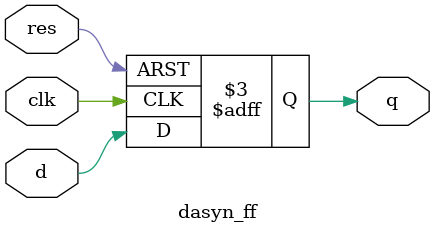
<source format=v>
`timescale 1ns / 1ps


module dasyn_ff(input d,input res,input clk,output reg q);
always @(posedge clk or negedge res)
if(!res)
q <= 0;
else
q <= d;
endmodule

</source>
